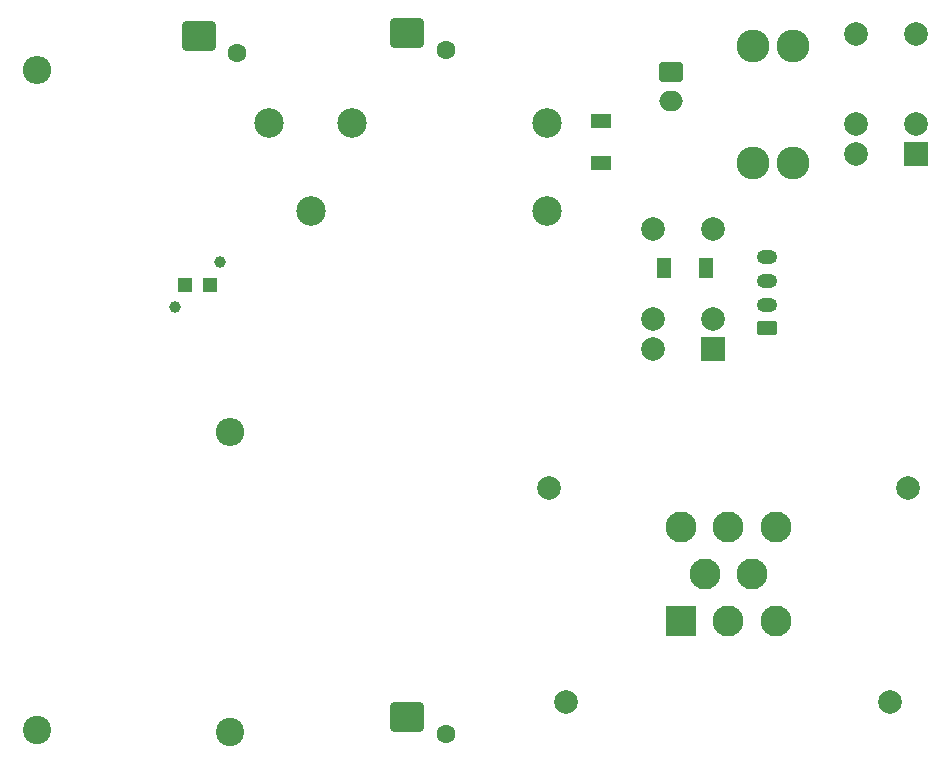
<source format=gbr>
<<<<<<< Updated upstream
%TF.GenerationSoftware,KiCad,Pcbnew,(6.0.7)*%
%TF.CreationDate,2022-11-04T12:33:48-04:00*%
%TF.ProjectId,pacman,7061636d-616e-42e6-9b69-6361645f7063,rev?*%
%TF.SameCoordinates,Original*%
%TF.FileFunction,Soldermask,Bot*%
%TF.FilePolarity,Negative*%
%FSLAX46Y46*%
G04 Gerber Fmt 4.6, Leading zero omitted, Abs format (unit mm)*
G04 Created by KiCad (PCBNEW (6.0.7)) date 2022-11-04 12:33:48*
%MOMM*%
%LPD*%
G01*
G04 APERTURE LIST*
G04 Aperture macros list*
%AMRoundRect*
0 Rectangle with rounded corners*
0 $1 Rounding radius*
0 $2 $3 $4 $5 $6 $7 $8 $9 X,Y pos of 4 corners*
0 Add a 4 corners polygon primitive as box body*
4,1,4,$2,$3,$4,$5,$6,$7,$8,$9,$2,$3,0*
0 Add four circle primitives for the rounded corners*
1,1,$1+$1,$2,$3*
1,1,$1+$1,$4,$5*
1,1,$1+$1,$6,$7*
1,1,$1+$1,$8,$9*
0 Add four rect primitives between the rounded corners*
20,1,$1+$1,$2,$3,$4,$5,0*
20,1,$1+$1,$4,$5,$6,$7,0*
20,1,$1+$1,$6,$7,$8,$9,0*
20,1,$1+$1,$8,$9,$2,$3,0*%
G04 Aperture macros list end*
%ADD10RoundRect,0.250000X0.625000X-0.350000X0.625000X0.350000X-0.625000X0.350000X-0.625000X-0.350000X0*%
%ADD11O,1.750000X1.200000*%
%ADD12R,2.000000X2.000000*%
%ADD13C,2.000000*%
%ADD14C,2.500000*%
%ADD15C,2.780000*%
%ADD16C,1.600000*%
%ADD17RoundRect,0.250000X1.150000X-0.980000X1.150000X0.980000X-1.150000X0.980000X-1.150000X-0.980000X0*%
%ADD18RoundRect,0.250000X-0.750000X0.600000X-0.750000X-0.600000X0.750000X-0.600000X0.750000X0.600000X0*%
%ADD19O,2.000000X1.700000*%
%ADD20C,2.400000*%
%ADD21O,2.400000X2.400000*%
%ADD22R,1.700000X1.300000*%
%ADD23R,1.300000X1.700000*%
%ADD24R,2.625000X2.625000*%
%ADD25C,2.625000*%
%ADD26C,1.000000*%
%ADD27R,1.200000X1.200000*%
G04 APERTURE END LIST*
D10*
%TO.C,J9*%
X186182000Y-78105000D03*
D11*
X186182000Y-76105000D03*
X186182000Y-74105000D03*
X186182000Y-72105000D03*
%TD*%
D12*
%TO.C,K3*%
X198749500Y-63377500D03*
D13*
X198749500Y-60837500D03*
X198749500Y-53217500D03*
X193669500Y-53217500D03*
X193669500Y-60837500D03*
X193669500Y-63377500D03*
%TD*%
D14*
%TO.C,K1*%
X151013000Y-60706000D03*
X167513000Y-68206000D03*
X147513000Y-68206000D03*
X167513000Y-60706000D03*
X144013000Y-60706000D03*
%TD*%
D15*
%TO.C,F3*%
X188390000Y-64142000D03*
X184990000Y-64142000D03*
X184990000Y-54222000D03*
X188390000Y-54222000D03*
%TD*%
D16*
%TO.C,J3*%
X158952000Y-112498000D03*
D17*
X155702000Y-110998000D03*
%TD*%
D18*
%TO.C,J6*%
X178054000Y-56388000D03*
D19*
X178054000Y-58888000D03*
%TD*%
D20*
%TO.C,R3*%
X124333000Y-112141000D03*
D21*
X124333000Y-56261000D03*
%TD*%
D16*
%TO.C,J4*%
X141299000Y-54840000D03*
D17*
X138049000Y-53340000D03*
%TD*%
D16*
%TO.C,J5*%
X158952000Y-54586000D03*
D17*
X155702000Y-53086000D03*
%TD*%
D12*
%TO.C,K2*%
X181610000Y-79883000D03*
D13*
X181610000Y-77343000D03*
X181610000Y-69723000D03*
X176530000Y-69723000D03*
X176530000Y-77343000D03*
X176530000Y-79883000D03*
%TD*%
D22*
%TO.C,D3*%
X172085000Y-64100000D03*
X172085000Y-60600000D03*
%TD*%
D23*
%TO.C,D4*%
X180952500Y-73020500D03*
X177452500Y-73020500D03*
%TD*%
D13*
%TO.C,J1*%
X196580000Y-109733000D03*
X167680000Y-91633000D03*
X198080000Y-91633000D03*
X169180000Y-109733000D03*
D24*
X178880000Y-102933000D03*
D25*
X182880000Y-102933000D03*
X186880000Y-102933000D03*
X180880000Y-98933000D03*
X184880000Y-98933000D03*
X178880000Y-94933000D03*
X182880000Y-94933000D03*
X186880000Y-94933000D03*
%TD*%
D20*
%TO.C,R1*%
X140716000Y-112268000D03*
D21*
X140716000Y-86868000D03*
%TD*%
D26*
%TO.C,D1*%
X139812000Y-72532000D03*
X136032000Y-76312000D03*
D27*
X136872000Y-74422000D03*
X138972000Y-74422000D03*
%TD*%
M02*
=======
%TF.GenerationSoftware,KiCad,Pcbnew,(6.0.7)*%
%TF.CreationDate,2022-11-04T12:33:48-04:00*%
%TF.ProjectId,pacman,7061636d-616e-42e6-9b69-6361645f7063,rev?*%
%TF.SameCoordinates,Original*%
%TF.FileFunction,Soldermask,Bot*%
%TF.FilePolarity,Negative*%
%FSLAX46Y46*%
G04 Gerber Fmt 4.6, Leading zero omitted, Abs format (unit mm)*
G04 Created by KiCad (PCBNEW (6.0.7)) date 2022-11-04 12:33:48*
%MOMM*%
%LPD*%
G01*
G04 APERTURE LIST*
G04 Aperture macros list*
%AMRoundRect*
0 Rectangle with rounded corners*
0 $1 Rounding radius*
0 $2 $3 $4 $5 $6 $7 $8 $9 X,Y pos of 4 corners*
0 Add a 4 corners polygon primitive as box body*
4,1,4,$2,$3,$4,$5,$6,$7,$8,$9,$2,$3,0*
0 Add four circle primitives for the rounded corners*
1,1,$1+$1,$2,$3*
1,1,$1+$1,$4,$5*
1,1,$1+$1,$6,$7*
1,1,$1+$1,$8,$9*
0 Add four rect primitives between the rounded corners*
20,1,$1+$1,$2,$3,$4,$5,0*
20,1,$1+$1,$4,$5,$6,$7,0*
20,1,$1+$1,$6,$7,$8,$9,0*
20,1,$1+$1,$8,$9,$2,$3,0*%
G04 Aperture macros list end*
%ADD10RoundRect,0.250000X0.625000X-0.350000X0.625000X0.350000X-0.625000X0.350000X-0.625000X-0.350000X0*%
%ADD11O,1.750000X1.200000*%
%ADD12R,2.000000X2.000000*%
%ADD13C,2.000000*%
%ADD14C,2.500000*%
%ADD15C,2.780000*%
%ADD16C,1.600000*%
%ADD17RoundRect,0.250000X1.150000X-0.980000X1.150000X0.980000X-1.150000X0.980000X-1.150000X-0.980000X0*%
%ADD18RoundRect,0.250000X-0.750000X0.600000X-0.750000X-0.600000X0.750000X-0.600000X0.750000X0.600000X0*%
%ADD19O,2.000000X1.700000*%
%ADD20C,2.400000*%
%ADD21O,2.400000X2.400000*%
%ADD22R,1.700000X1.300000*%
%ADD23R,1.300000X1.700000*%
%ADD24R,2.625000X2.625000*%
%ADD25C,2.625000*%
%ADD26C,1.000000*%
%ADD27R,1.200000X1.200000*%
G04 APERTURE END LIST*
D10*
%TO.C,J9*%
X186182000Y-78105000D03*
D11*
X186182000Y-76105000D03*
X186182000Y-74105000D03*
X186182000Y-72105000D03*
%TD*%
D12*
%TO.C,K3*%
X198749500Y-63377500D03*
D13*
X198749500Y-60837500D03*
X198749500Y-53217500D03*
X193669500Y-53217500D03*
X193669500Y-60837500D03*
X193669500Y-63377500D03*
%TD*%
D14*
%TO.C,K1*%
X151013000Y-60706000D03*
X167513000Y-68206000D03*
X147513000Y-68206000D03*
X167513000Y-60706000D03*
X144013000Y-60706000D03*
%TD*%
D15*
%TO.C,F3*%
X188390000Y-64142000D03*
X184990000Y-64142000D03*
X184990000Y-54222000D03*
X188390000Y-54222000D03*
%TD*%
D16*
%TO.C,J3*%
X158952000Y-112498000D03*
D17*
X155702000Y-110998000D03*
%TD*%
D18*
%TO.C,J6*%
X178054000Y-56388000D03*
D19*
X178054000Y-58888000D03*
%TD*%
D20*
%TO.C,R3*%
X124333000Y-112141000D03*
D21*
X124333000Y-56261000D03*
%TD*%
D16*
%TO.C,J4*%
X141299000Y-54840000D03*
D17*
X138049000Y-53340000D03*
%TD*%
D16*
%TO.C,J5*%
X158952000Y-54586000D03*
D17*
X155702000Y-53086000D03*
%TD*%
D12*
%TO.C,K2*%
X181610000Y-79883000D03*
D13*
X181610000Y-77343000D03*
X181610000Y-69723000D03*
X176530000Y-69723000D03*
X176530000Y-77343000D03*
X176530000Y-79883000D03*
%TD*%
D22*
%TO.C,D3*%
X172085000Y-64100000D03*
X172085000Y-60600000D03*
%TD*%
D23*
%TO.C,D4*%
X180952500Y-73020500D03*
X177452500Y-73020500D03*
%TD*%
D13*
%TO.C,J1*%
X196580000Y-109733000D03*
X167680000Y-91633000D03*
X198080000Y-91633000D03*
X169180000Y-109733000D03*
D24*
X178880000Y-102933000D03*
D25*
X182880000Y-102933000D03*
X186880000Y-102933000D03*
X180880000Y-98933000D03*
X184880000Y-98933000D03*
X178880000Y-94933000D03*
X182880000Y-94933000D03*
X186880000Y-94933000D03*
%TD*%
D20*
%TO.C,R1*%
X140716000Y-112268000D03*
D21*
X140716000Y-86868000D03*
%TD*%
D26*
%TO.C,D1*%
X139812000Y-72532000D03*
X136032000Y-76312000D03*
D27*
X136872000Y-74422000D03*
X138972000Y-74422000D03*
%TD*%
M02*
>>>>>>> Stashed changes

</source>
